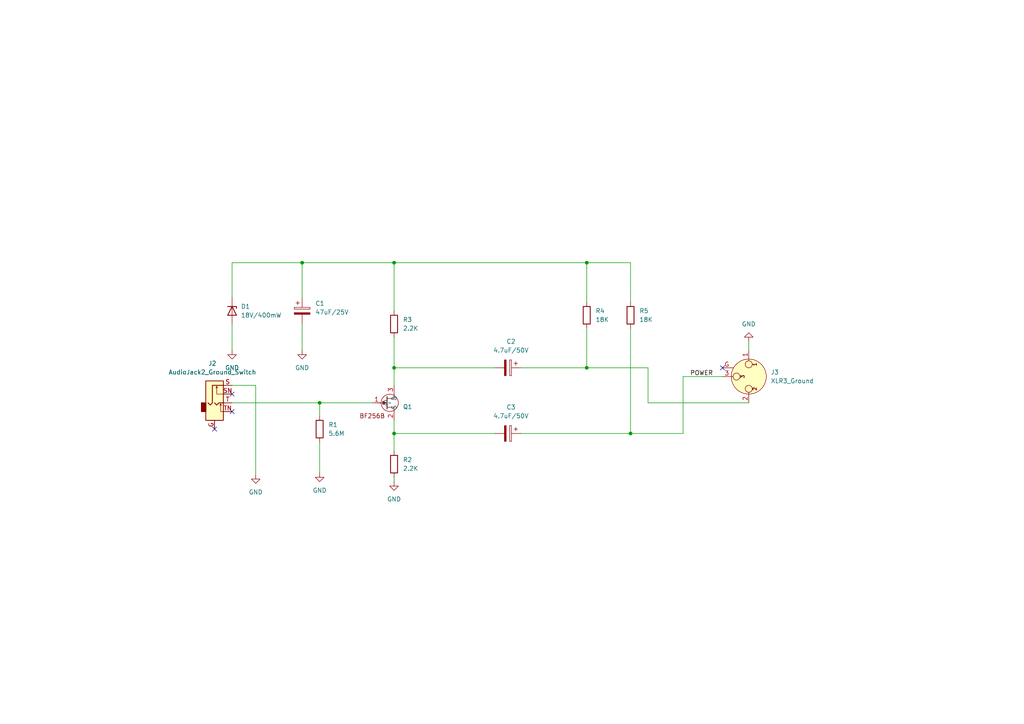
<source format=kicad_sch>
(kicad_sch (version 20230121) (generator eeschema)
  (paper "A4")
  (lib_symbols
    (symbol "Connector_Audio:AudioJack2_Ground_Switch"
      (property "Reference" "J" (at 0 11.43 0))
      (property "Value" "AudioJack2_Ground_Switch" (at 0 8.89 0))
      (symbol "AudioJack2_Ground_Switch_0_1"
        (rectangle (start -2.54 -2.54) (end -3.81 0) (stroke (width 0.254)) (fill (type outline)))
        (rectangle (start 2.54 6.35) (end -2.54 -5.08) (stroke (width 0.254)) (fill (type background)))
      )
      (symbol "AudioJack2_Ground_Switch_1_1"
        (polyline (pts (xy 0.635 4.826) (xy 0.889 4.318)))
        (polyline (pts (xy 1.778 -0.254) (xy 2.032 -0.762)))
        (polyline (pts (xy 0 0) (xy 0.635 -0.635) (xy 1.27 0) (xy 2.54 0)) (stroke (width 0.254)))
        (polyline (pts (xy 2.54 -2.54) (xy 1.778 -2.54) (xy 1.778 -0.254) (xy 1.524 -0.762)))
        (polyline (pts (xy 2.54 2.54) (xy 0.635 2.54) (xy 0.635 4.826) (xy 0.381 4.318)))
        (polyline (pts (xy 2.54 5.08) (xy -0.635 5.08) (xy -0.635 0) (xy -1.27 -0.635) (xy -1.905 0)) (stroke (width 0.254)))
        (pin passive line (at 0 -7.62 90) (length 2.54) (name "~") (number "G"))
        (pin passive line (at 5.08 5.08 180) (length 2.54) (name "~") (number "S"))
        (pin passive line (at 5.08 2.54 180) (length 2.54) (name "~") (number "SN"))
        (pin passive line (at 5.08 0 180) (length 2.54) (name "~") (number "T"))
        (pin passive line (at 5.08 -2.54 180) (length 2.54) (name "~") (number "TN"))
      )
    )
    (symbol "Connector_Audio:XLR3_Ground" (pin_names hide)
      (property "Reference" "J" (at 0 8.89 0))
      (property "Value" "XLR3_Ground" (at 0 6.35 0))
      (symbol "XLR3_Ground_0_1"
        (circle (center -3.556 0) (radius 1.016))
        (circle (center 0 -3.556) (radius 1.016))
        (polyline (pts (xy -5.08 0) (xy -4.572 0)))
        (polyline (pts (xy -2.54 -5.08) (xy -2.54 -4.445)))
        (polyline (pts (xy 0 -5.08) (xy 0 -4.572)))
        (polyline (pts (xy 5.08 0) (xy 4.572 0)))
        (circle (center 0 0) (radius 5.08) (fill (type background)))
        (circle (center 3.556 0) (radius 1.016))
        (text "1" (at -3.556 1.778 0) (effects (font (size 1.016 1.016) bold)))
        (text "2" (at 3.556 1.778 0) (effects (font (size 1.016 1.016) bold)))
        (text "3" (at 0 -1.778 0) (effects (font (size 1.016 1.016) bold)))
        (pin passive line (at -7.62 0 0) (length 2.54) (name "~") (number "1"))
        (pin passive line (at 7.62 0 180) (length 2.54) (name "~") (number "2"))
        (pin passive line (at 0 -7.62 90) (length 2.54) (name "~") (number "3"))
      )
      (symbol "XLR3_Ground_1_1"
        (pin passive line (at -2.54 -7.62 90) (length 2.54) (name "~") (number "G"))
      )
    )
    (symbol "Device:C_Polarized" (pin_numbers hide) (pin_names (offset 0.254))
      (property "Reference" "C" (at 0.635 2.54 0))
      (property "Value" "C_Polarized" (at 0.635 -2.54 0))
      (symbol "C_Polarized_0_1"
        (rectangle (start -2.286 0.508) (end 2.286 1.016))
        (polyline (pts (xy -1.778 2.286) (xy -0.762 2.286)))
        (polyline (pts (xy -1.27 2.794) (xy -1.27 1.778)))
        (rectangle (start 2.286 -0.508) (end -2.286 -1.016) (fill (type outline)))
      )
      (symbol "C_Polarized_1_1"
        (pin passive line (at 0 3.81 270) (length 2.794) (name "~") (number "1"))
        (pin passive line (at 0 -3.81 90) (length 2.794) (name "~") (number "2"))
      )
    )
    (symbol "Device:D_Zener" (pin_numbers hide) (pin_names (offset 1.016) hide)
      (property "Reference" "D" (at 0 2.54 0))
      (property "Value" "D_Zener" (at 0 -2.54 0))
      (symbol "D_Zener_0_1"
        (polyline (pts (xy 1.27 0) (xy -1.27 0)))
        (polyline (pts (xy -1.27 -1.27) (xy -1.27 1.27) (xy -0.762 1.27)) (stroke (width 0.254)))
        (polyline (pts (xy 1.27 -1.27) (xy 1.27 1.27) (xy -1.27 0) (xy 1.27 -1.27)) (stroke (width 0.254)))
      )
      (symbol "D_Zener_1_1"
        (pin passive line (at -3.81 0 0) (length 2.54) (name "K") (number "1"))
        (pin passive line (at 3.81 0 180) (length 2.54) (name "A") (number "2"))
      )
    )
    (symbol "Device:R" (pin_numbers hide) (pin_names (offset 0))
      (property "Reference" "R" (at 2.032 0 90))
      (property "Value" "R" (at 0 0 90))
      (symbol "R_0_1"
        (rectangle (start -1.016 -2.54) (end 1.016 2.54) (stroke (width 0.254)))
      )
      (symbol "R_1_1"
        (pin passive line (at 0 3.81 270) (length 1.27) (name "~") (number "1"))
        (pin passive line (at 0 -3.81 90) (length 1.27) (name "~") (number "2"))
      )
    )
    (symbol "mia_personale:BF256B"
      (property "Reference" "Q" (at 0 0 0))
      (symbol "BF256B_0_1"
        (circle (center 0 0) (radius 2.5016))
      )
      (symbol "BF256B_1_1"
        (polyline (pts (xy -3.556 0) (xy -2.032 0)))
        (polyline (pts (xy -0.762 -1.27) (xy 1.27 -1.27)))
        (polyline (pts (xy -0.762 1.27) (xy 1.27 1.27)))
        (polyline (pts (xy -0.762 1.778) (xy -0.762 -1.778)) (stroke (width 0.25)))
        (polyline (pts (xy 1.27 -2.54) (xy 1.27 -1.27)))
        (polyline (pts (xy 1.27 1.27) (xy 1.27 2.54)))
        (polyline (pts (xy -1.016 0) (xy -2.032 0.508) (xy -2.032 -0.508) (xy -1.016 0)) (fill (type outline)))
        (text "BF256B" (at -5.08 -3.81 0) (effects (font (size 1.27 1.27))))
        (pin input line (at -5.08 0 0) (length 2.54) (name "G") (number "1"))
        (pin passive line (at 1.27 -5.08 90) (length 2.54) (name "S") (number "2"))
        (pin passive line (at 1.27 5.08 270) (length 2.54) (name "D") (number "3"))
      )
    )
    (symbol "power:GND" (power) (pin_names (offset 0))
      (property "Value" "GND" (at 0 -3.81 0))
      (symbol "GND_0_1"
        (polyline (pts (xy 0 0) (xy 0 -1.27) (xy 1.27 -1.27) (xy 0 -2.54) (xy -1.27 -1.27) (xy 0 -1.27)))
      )
      (symbol "GND_1_1"
        (pin power_in line (at 0 0 270) (length 0) hide (name "GND") (number "1"))
      )
    )
  )
  (junction (at 114.3 106.68))
  (junction (at 182.88 125.73))
  (junction (at 170.18 106.68))
  (junction (at 170.18 76.2))
  (junction (at 92.71 116.84))
  (junction (at 87.63 76.2))
  (junction (at 114.3 76.2))
  (junction (at 114.3 125.73))
  (no_connect (at 62.23 124.46))
  (no_connect (at 209.55 106.68))
  (no_connect (at 67.31 114.3))
  (no_connect (at 67.31 119.38))
  (wire (pts (xy 67.31 93.98) (xy 67.31 101.6)))
  (wire (pts (xy 182.88 87.63) (xy 182.88 76.2)))
  (wire (pts (xy 198.12 109.22) (xy 209.55 109.22)))
  (wire (pts (xy 67.31 76.2) (xy 87.63 76.2)))
  (wire (pts (xy 187.96 116.84) (xy 187.96 106.68)))
  (wire (pts (xy 198.12 125.73) (xy 182.88 125.73)))
  (wire (pts (xy 74.168 111.76) (xy 74.168 137.668)))
  (wire (pts (xy 67.31 116.84) (xy 92.71 116.84)))
  (wire (pts (xy 217.17 99.06) (xy 217.17 101.6)))
  (wire (pts (xy 170.18 76.2) (xy 182.88 76.2)))
  (wire (pts (xy 198.12 109.22) (xy 198.12 125.73)))
  (wire (pts (xy 114.3 106.68) (xy 114.3 111.76)))
  (wire (pts (xy 187.96 106.68) (xy 170.18 106.68)))
  (wire (pts (xy 67.31 111.76) (xy 74.168 111.76)))
  (wire (pts (xy 87.63 76.2) (xy 114.3 76.2)))
  (wire (pts (xy 87.63 93.98) (xy 87.63 101.6)))
  (wire (pts (xy 151.13 106.68) (xy 170.18 106.68)))
  (wire (pts (xy 170.18 76.2) (xy 114.3 76.2)))
  (wire (pts (xy 217.17 116.84) (xy 187.96 116.84)))
  (wire (pts (xy 182.88 125.73) (xy 182.88 95.25)))
  (wire (pts (xy 87.63 76.2) (xy 87.63 86.36)))
  (wire (pts (xy 92.71 116.84) (xy 92.71 120.65)))
  (wire (pts (xy 170.18 87.63) (xy 170.18 76.2)))
  (wire (pts (xy 92.71 116.84) (xy 107.95 116.84)))
  (wire (pts (xy 114.3 106.68) (xy 143.51 106.68)))
  (wire (pts (xy 151.13 125.73) (xy 182.88 125.73)))
  (wire (pts (xy 114.3 97.79) (xy 114.3 106.68)))
  (wire (pts (xy 114.3 138.43) (xy 114.3 139.7)))
  (wire (pts (xy 67.31 86.36) (xy 67.31 76.2)))
  (wire (pts (xy 114.3 125.73) (xy 114.3 130.81)))
  (wire (pts (xy 114.3 125.73) (xy 143.51 125.73)))
  (wire (pts (xy 114.3 76.2) (xy 114.3 90.17)))
  (wire (pts (xy 114.3 121.92) (xy 114.3 125.73)))
  (wire (pts (xy 92.71 128.27) (xy 92.71 137.16)))
  (wire (pts (xy 170.18 95.25) (xy 170.18 106.68)))
  (label "POWER" (at 200.152 109.22 0))
  (symbol (lib_id "Device:C_Polarized") (at 147.32 106.68 270) (unit 1)
    (property "Reference" "C2" (at 148.209 99.06 90))
    (property "Value" "4.7uF/50V" (at 148.209 101.6 90))
    (property "Footprint" "Capacitor_THT:CP_Radial_D4.0mm_P2.00mm" (effects hide))
  )
  (symbol (lib_id "Device:R") (at 114.3 134.62 0) (unit 1)
    (property "Reference" "R2" (at 116.84 133.35 0) (effects (justify left)))
    (property "Value" "2.2K" (at 116.84 135.89 0) (effects (justify left)))
    (property "Footprint" "Resistor_THT:R_Axial_DIN0207_L6.3mm_D2.5mm_P7.62mm_Horizontal" (effects hide))
  )
  (symbol (lib_id "power:GND") (at 74.168 137.668 0) (unit 1)
    (property "Reference" "#PWR01" (effects hide))
    (property "Value" "GND" (at 74.168 142.748 0))
  )
  (symbol (lib_id "power:GND") (at 217.17 99.06 180) (unit 1)
    (property "Reference" "#PWR06" (effects hide))
    (property "Value" "GND" (at 217.17 93.98 0))
  )
  (symbol (lib_id "Device:R") (at 182.88 91.44 0) (unit 1)
    (property "Reference" "R5" (at 185.42 90.17 0) (effects (justify left)))
    (property "Value" "18K" (at 185.42 92.71 0) (effects (justify left)))
    (property "Footprint" "Resistor_THT:R_Axial_DIN0207_L6.3mm_D2.5mm_P7.62mm_Horizontal" (effects hide))
  )
  (symbol (lib_id "Device:R") (at 114.3 93.98 0) (unit 1)
    (property "Reference" "R3" (at 116.84 92.71 0) (effects (justify left)))
    (property "Value" "2.2K" (at 116.84 95.25 0) (effects (justify left)))
    (property "Footprint" "Resistor_THT:R_Axial_DIN0207_L6.3mm_D2.5mm_P7.62mm_Horizontal" (effects hide))
  )
  (symbol (lib_id "Device:D_Zener") (at 67.31 90.17 270) (unit 1)
    (property "Reference" "D1" (at 69.85 88.9 90) (effects (justify left)))
    (property "Value" "18V/400mW" (at 69.85 91.44 90) (effects (justify left)))
    (property "Footprint" "Diode_THT:D_DO-41_SOD81_P2.54mm_Vertical_KathodeUp" (effects hide))
  )
  (symbol (lib_id "power:GND") (at 67.31 101.6 0) (unit 1)
    (property "Reference" "#PWR04" (effects hide))
    (property "Value" "GND" (at 67.31 106.68 0))
  )
  (symbol (lib_id "Device:R") (at 92.71 124.46 0) (unit 1)
    (property "Reference" "R1" (at 95.25 123.19 0) (effects (justify left)))
    (property "Value" "5.6M" (at 95.25 125.73 0) (effects (justify left)))
    (property "Footprint" "Resistor_THT:R_Axial_DIN0207_L6.3mm_D2.5mm_P7.62mm_Horizontal" (effects hide))
  )
  (symbol (lib_id "Connector_Audio:XLR3_Ground") (at 217.17 109.22 270) (unit 1)
    (property "Reference" "J3" (at 223.52 107.95 90) (effects (justify left)))
    (property "Value" "XLR3_Ground" (at 223.52 110.49 90) (effects (justify left)))
    (property "Footprint" "Connector_Audio:Jack_XLR_Neutrik_NC3MAAH_Horizontal" (effects hide))
    (property "Datasheet" " ~" (effects hide))
  )
  (symbol (lib_id "Connector_Audio:AudioJack2_Ground_Switch") (at 62.23 116.84 0) (unit 1)
    (property "Reference" "J2" (at 61.595 105.41 0))
    (property "Value" "AudioJack2_Ground_Switch" (at 61.595 107.95 0))
    (property "Footprint" "Connector_Audio:Jack_6.35mm_Neutrik_NMJ4HFD2_Horizontal" (effects hide))
  )
  (symbol (lib_id "Device:C_Polarized") (at 147.32 125.73 270) (unit 1)
    (property "Reference" "C3" (at 148.209 118.11 90))
    (property "Value" "4.7uF/50V" (at 148.209 120.65 90))
    (property "Footprint" "Capacitor_THT:CP_Radial_D4.0mm_P2.00mm" (effects hide))
  )
  (symbol (lib_id "power:GND") (at 114.3 139.7 0) (unit 1)
    (property "Reference" "#PWR03" (effects hide))
    (property "Value" "GND" (at 114.3 144.78 0))
  )
  (symbol (lib_id "Device:C_Polarized") (at 87.63 90.17 0) (unit 1)
    (property "Reference" "C1" (at 91.44 88.011 0) (effects (justify left)))
    (property "Value" "47uF/25V" (at 91.44 90.551 0) (effects (justify left)))
    (property "Footprint" "Capacitor_THT:CP_Radial_D5.0mm_P2.00mm" (effects hide))
  )
  (symbol (lib_id "mia_personale:BF256B") (at 113.03 116.84 0) (unit 1)
    (property "Reference" "Q1" (at 116.84 117.9858 0) (effects (justify left)))
    (property "Value" "~" (at 113.03 116.84 0))
    (property "Footprint" "Package_TO_SOT_THT:TO-92L_Inline" (effects hide))
  )
  (symbol (lib_id "Device:R") (at 170.18 91.44 0) (unit 1)
    (property "Reference" "R4" (at 172.72 90.17 0) (effects (justify left)))
    (property "Value" "18K" (at 172.72 92.71 0) (effects (justify left)))
    (property "Footprint" "Resistor_THT:R_Axial_DIN0207_L6.3mm_D2.5mm_P7.62mm_Horizontal" (effects hide))
  )
  (symbol (lib_id "power:GND") (at 87.63 101.6 0) (unit 1)
    (property "Reference" "#PWR05" (effects hide))
    (property "Value" "GND" (at 87.63 106.68 0))
  )
  (symbol (lib_id "power:GND") (at 92.71 137.16 0) (unit 1)
    (property "Reference" "#PWR02" (effects hide))
    (property "Value" "GND" (at 92.71 142.24 0))
  )
)
</source>
